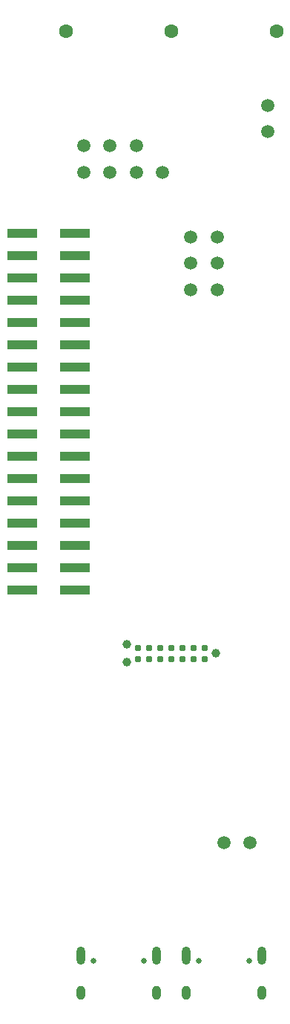
<source format=gbr>
%TF.GenerationSoftware,KiCad,Pcbnew,8.0.1*%
%TF.CreationDate,2024-03-17T12:11:07+01:00*%
%TF.ProjectId,KLST_CATERPILLAR,4b4c5354-5f43-4415-9445-5250494c4c41,rev?*%
%TF.SameCoordinates,Original*%
%TF.FileFunction,Soldermask,Bot*%
%TF.FilePolarity,Negative*%
%FSLAX46Y46*%
G04 Gerber Fmt 4.6, Leading zero omitted, Abs format (unit mm)*
G04 Created by KiCad (PCBNEW 8.0.1) date 2024-03-17 12:11:07*
%MOMM*%
%LPD*%
G01*
G04 APERTURE LIST*
%ADD10C,1.600000*%
%ADD11C,0.650000*%
%ADD12O,1.000000X2.100000*%
%ADD13O,1.000000X1.600000*%
%ADD14C,1.500000*%
%ADD15R,3.500000X1.020000*%
%ADD16C,0.990000*%
%ADD17C,0.787000*%
G04 APERTURE END LIST*
D10*
%TO.C,J19*%
X58000000Y-62550000D03*
%TD*%
D11*
%TO.C,J9*%
X73110000Y-168460000D03*
X78890000Y-168460000D03*
D12*
X71680000Y-167930000D03*
D13*
X71680000Y-172110000D03*
D12*
X80320000Y-167930000D03*
D13*
X80320000Y-172110000D03*
%TD*%
D11*
%TO.C,J10*%
X61110000Y-168460000D03*
X66890000Y-168460000D03*
D12*
X59680000Y-167930000D03*
D13*
X59680000Y-172110000D03*
D12*
X68320000Y-167930000D03*
D13*
X68320000Y-172110000D03*
%TD*%
D10*
%TO.C,J17*%
X70000000Y-62550000D03*
%TD*%
%TO.C,J18*%
X82000000Y-62550000D03*
%TD*%
D14*
%TO.C,TP12*%
X75250000Y-89000000D03*
%TD*%
%TO.C,TP15*%
X76000000Y-155000000D03*
%TD*%
%TO.C,TP16*%
X81000000Y-74000000D03*
%TD*%
%TO.C,TP9*%
X72250000Y-89000000D03*
%TD*%
%TO.C,TP2*%
X63000000Y-78638375D03*
%TD*%
%TO.C,TP11*%
X75250000Y-86000000D03*
%TD*%
%TO.C,TP5*%
X60000000Y-75638375D03*
%TD*%
%TO.C,TP4*%
X69000000Y-78638375D03*
%TD*%
%TO.C,TP6*%
X63000000Y-75638375D03*
%TD*%
D15*
%TO.C,J13*%
X59000000Y-85600000D03*
X53000000Y-85600000D03*
X59000000Y-88140000D03*
X53000000Y-88140000D03*
X59000000Y-90680000D03*
X53000000Y-90680000D03*
X59000000Y-93220000D03*
X53000000Y-93220000D03*
X59000000Y-95760000D03*
X53000000Y-95760000D03*
X59000000Y-98300000D03*
X53000000Y-98300000D03*
X59000000Y-100840000D03*
X53000000Y-100840000D03*
X59000000Y-103380000D03*
X53000000Y-103380000D03*
X59000000Y-105920000D03*
X53000000Y-105920000D03*
X59000000Y-108460000D03*
X53000000Y-108460000D03*
X59000000Y-111000000D03*
X53000000Y-111000000D03*
X59000000Y-113540000D03*
X53000000Y-113540000D03*
X59000000Y-116080000D03*
X53000000Y-116080000D03*
X59000000Y-118620000D03*
X53000000Y-118620000D03*
X59000000Y-121160000D03*
X53000000Y-121160000D03*
X59000000Y-123700000D03*
X53000000Y-123700000D03*
X59000000Y-126240000D03*
X53000000Y-126240000D03*
%TD*%
D14*
%TO.C,TP7*%
X66000000Y-75638375D03*
%TD*%
D16*
%TO.C,J15*%
X75080000Y-133480676D03*
X64920000Y-134496676D03*
X64920000Y-132464676D03*
D17*
X73810000Y-134115676D03*
X72540000Y-134115676D03*
X71270000Y-134115676D03*
X70000000Y-134115676D03*
X68730000Y-134115676D03*
X67460000Y-134115676D03*
X66190000Y-134115676D03*
X66190000Y-132845676D03*
X67460000Y-132845676D03*
X68730000Y-132845676D03*
X70000000Y-132845676D03*
X71270000Y-132845676D03*
X72540000Y-132845676D03*
X73810000Y-132845676D03*
%TD*%
D14*
%TO.C,TP13*%
X75250000Y-92000000D03*
%TD*%
%TO.C,TP1*%
X60000000Y-78638375D03*
%TD*%
%TO.C,TP3*%
X66000000Y-78638375D03*
%TD*%
%TO.C,TP17*%
X81000000Y-71000000D03*
%TD*%
%TO.C,TP8*%
X72250000Y-86000000D03*
%TD*%
%TO.C,TP14*%
X79000000Y-155000000D03*
%TD*%
%TO.C,TP10*%
X72250000Y-92000000D03*
%TD*%
M02*

</source>
